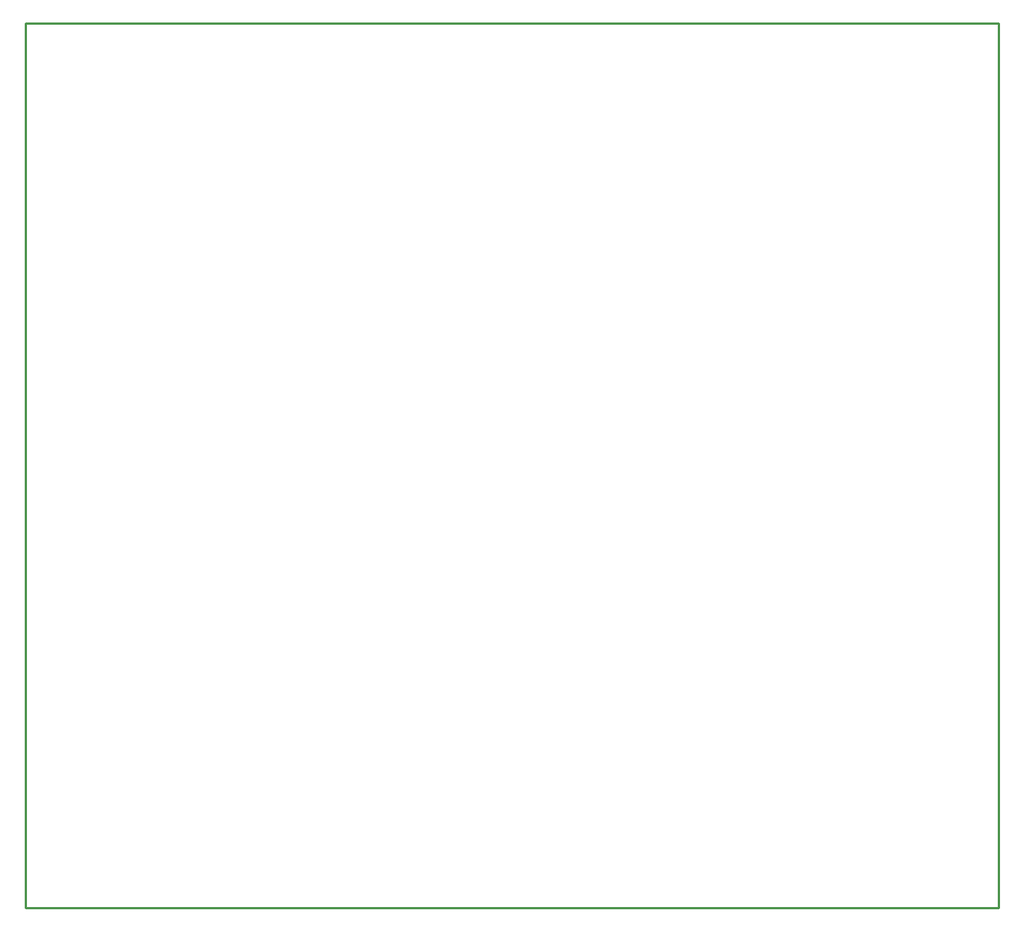
<source format=gko>
G04 Layer: BoardOutlineLayer*
G04 EasyEDA v6.5.5, 2022-05-17 09:42:53*
G04 10cda3a1212d43f89cf9d1cb10f4882f,1cecfb22d57c4bfb82df15c5060036b0,10*
G04 Gerber Generator version 0.2*
G04 Scale: 100 percent, Rotated: No, Reflected: No *
G04 Dimensions in millimeters *
G04 leading zeros omitted , absolute positions ,4 integer and 5 decimal *
%FSLAX45Y45*%
%MOMM*%

%ADD10C,0.2540*%
D10*
X0Y0D02*
G01*
X10999977Y0D01*
X10999977Y-9999979D01*
X0Y-9999979D01*
X0Y0D01*

%LPD*%
M02*

</source>
